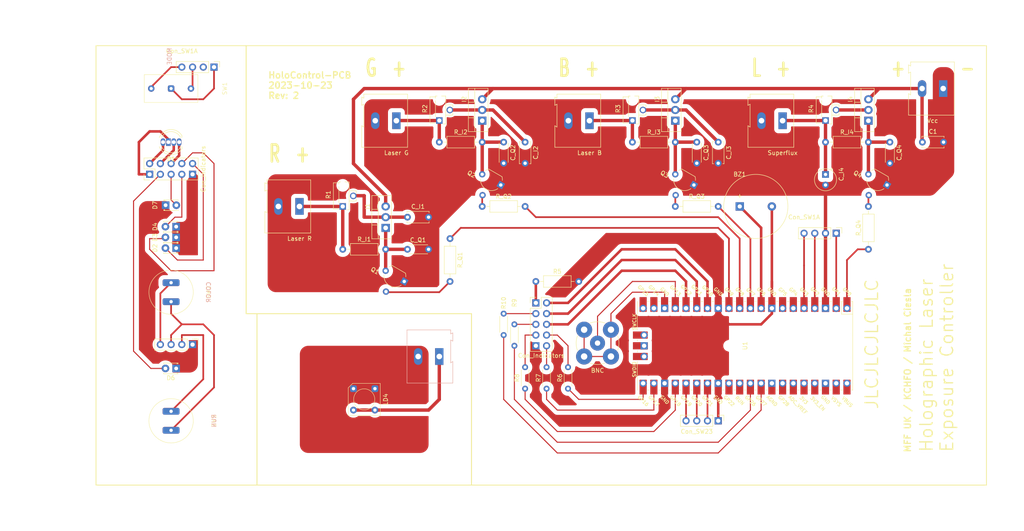
<source format=kicad_pcb>
(kicad_pcb (version 20221018) (generator pcbnew)
  (title_block (title "Holographic Laser Exposure Controller") (date "2023-10-23") (rev "2") (company "MFF UK / KCHFO / Michal Ciesla"))
  (layers (0 "F.Cu" signal) (31 "B.Cu" signal) (34 "B.Paste" user) (35 "F.Paste" user) (36 "B.SilkS" user "B.Silkscreen") (37 "F.SilkS" user "F.Silkscreen") (38 "B.Mask" user) (39 "F.Mask" user) (44 "Edge.Cuts" user))
  (net 0 "")
  (net 1 "I1-Adj")
  (net 2 "I1-Vo")
  (net 3 "+9V")
  (net 4 "I1")
  (net 5 "I2-Adj")
  (net 6 "I2-Vo")
  (net 7 "I2")
  (net 8 "I3-Vo")
  (net 9 "I3-Adj")
  (net 10 "-9V")
  (net 11 "I3")
  (net 12 "I4-Adj")
  (net 13 "I4-Vo")
  (net 14 "I4")
  (net 15 "Q1")
  (net 16 "Q2")
  (net 17 "Q3")
  (net 18 "Q4")
  (net 19 "SW1-In")
  (net 20 "SW1-M")
  (net 21 "SW1-A")
  (net 22 "BZ1+")
  (net 23 "D1-C")
  (net 24 "D1-R")
  (net 25 "D1-G")
  (net 26 "D1-B")
  (net 27 "TTL-VBUS")
  (net 28 "TTL-GND")
  (net 29 "LED-G")
  (net 30 "LED-R")
  (net 31 "LED-B")
  (net 32 "SW2-Out")
  (net 33 "SW-In")
  (net 34 "SW3-Out")
  (net 35 "LED-W")
  (net 36 "LED-WW")
  (net 37 "D-GND")
  (footprint "MCU_RaspberryPi_and_Boards:RPi_Pico_SMD_TH" (layer "F.Cu") (at 199.39 119.38 -90)
    (fp_text reference "U1")
    (fp_text value "Pico")
  )
  (footprint "LED_THT:LED_D1.8mm_W3.3mm_H2.4mm" (layer "F.Cu") (at 64.7 93.69 180)
    (fp_text reference "D3")
    (fp_text value "204WC2A-W_-3P" hide)
  )
  (footprint "Capacitor_THT:C_Disc_D4.3mm_W1.9mm_P5.00mm" (layer "F.Cu") (at 119.46 96.52)
    (fp_text reference "C_Q1")
    (fp_text value "100n" hide)
  )
  (footprint "Capacitor_THT:C_Disc_D5.0mm_W2.5mm_P5.00mm" (layer "F.Cu") (at 119.46 88.9)
    (fp_text reference "C_I1")
    (fp_text value "100n" hide)
  )
  (footprint "LED_THT:LED_D1.8mm_W3.3mm_H2.4mm" (layer "F.Cu") (at 64.7 91.15 180)
    (fp_text reference "D4")
    (fp_text value "204WC2A-W_-3P" hide)
  )
  (footprint "MountingHole:MountingHole_2.2mm_M2" (layer "F.Cu") (at 129.54 147.32)
    (fp_text reference "REF**" hide)
    (fp_text value "MountingHole_2.2mm_M2" hide)
  )
  (footprint "LED_THT:OSW47LZ281P" (layer "F.Cu") (at 109.22 132.08 90)
    (fp_text reference "LD4" hide)
    (fp_text value "OSW47LZ281P" hide)
  )
  (footprint "TerminalBlock:TerminalBlock_Altech_AK300-2_P5.00mm" (layer "F.Cu") (at 246.3 58.42 180)
    (fp_text reference "-9V" hide)
    (fp_text value "TerminalBlock_Altech_AK300-2_P5.00mm" hide)
  )
  (footprint "MountingHole:MountingHole_2.2mm_M2" (layer "F.Cu") (at 139.7 101.6)
    (fp_text reference "REF**" hide)
    (fp_text value "MountingHole_2.2mm_M2" hide)
  )
  (footprint "LED_THT:LED_D1.8mm_W3.3mm_H2.4mm" (layer "F.Cu") (at 62.2 86.07)
    (fp_text reference "D7")
    (fp_text value "204WC2A-W_-3P" hide)
  )
  (footprint "Connector_PinHeader_2.54mm:PinHeader_1x04_P2.54mm_Vertical" (layer "F.Cu") (at 68.58 119.09 -90)
    (fp_text reference "SW2" hide)
    (fp_text value "Con_SW23" hide)
  )
  (footprint "Resistor_THT:R_Axial_DIN0207_L6.3mm_D2.5mm_P10.16mm_Horizontal" (layer "F.Cu") (at 127 71.12)
    (fp_text reference "R_I2")
    (fp_text value "1k" hide)
  )
  (footprint "Capacitor_THT:CP_Radial_Tantal_D5.0mm_P2.50mm" (layer "F.Cu") (at 218.44 78.78 -90)
    (fp_text reference "C_I4")
    (fp_text value "220u" hide)
  )
  (footprint "TerminalBlock:TerminalBlock_Altech_AK300-2_P5.00mm" (layer "F.Cu") (at 116.84 66.04 180)
    (fp_text reference "LD2" hide)
    (fp_text value "TerminalBlock_Altech_AK300-2_P5.00mm" hide)
  )
  (footprint "Package_TO_SOT_THT:TO-92_Inline_Wide" (layer "F.Cu") (at 141.559409 81.28 150)
    (fp_text reference "Q2")
    (fp_text value "2N3904" hide)
  )
  (footprint "LED_THT:LED_D1.8mm_W3.3mm_H2.4mm" (layer "F.Cu") (at 64.7 124.75 180)
    (fp_text reference "D6")
    (fp_text value "204WC2A-W_-3P" hide)
  )
  (footprint "Package_TO_SOT_THT:TO-92_Inline_Wide" (layer "F.Cu") (at 118.699409 104.14 150)
    (fp_text reference "Q1")
    (fp_text value "2N3904" hide)
  )
  (footprint "MountingHole:MountingHole_2.2mm_M2" (layer "F.Cu") (at 76.2 142.24)
    (fp_text reference "REF**" hide)
    (fp_text value "MountingHole_2.2mm_M2" hide)
  )
  (footprint "Resistor_THT:R_Axial_DIN0207_L6.3mm_D2.5mm_P10.16mm_Horizontal" (layer "F.Cu") (at 137.16 86.36)
    (fp_text reference "R_Q2")
    (fp_text value "4k7" hide)
  )
  (footprint "Resistor_THT:R_Axial_DIN0207_L6.3mm_D2.5mm_P10.16mm_Horizontal" (layer "F.Cu") (at 129.54 93.98 -90)
    (fp_text reference "R_Q1")
    (fp_text value "4k7" hide)
  )
  (footprint "Resistor_THT:R_Axial_DIN0207_L6.3mm_D2.5mm_P10.16mm_Horizontal" (layer "F.Cu") (at 172.72 71.12)
    (fp_text reference "R_I3")
    (fp_text value "1k" hide)
  )
  (footprint "Resistor_THT:R_Axial_DIN0204_L3.6mm_D1.6mm_P5.08mm_Horizontal" (layer "F.Cu") (at 157.48 129.54 90)
    (fp_text reference "R6")
    (fp_text value "10k" hide)
  )
  (footprint "Resistor_THT:R_Axial_DIN0207_L6.3mm_D2.5mm_P10.16mm_Horizontal" (layer "F.Cu") (at 218.44 71.12)
    (fp_text reference "R_I4")
    (fp_text value "1k" hide)
  )
  (footprint "Potentiometer_THT:Potentiometer_Runtron_RM-063_Horizontal" (layer "F.Cu") (at 218.44 66 90)
    (fp_text reference "R4")
    (fp_text value "50R" hide)
  )
  (footprint "TerminalBlock:TerminalBlock_Altech_AK300-2_P5.00mm" (layer "F.Cu") (at 162.56 66.04 180)
    (fp_text reference "LD3" hide)
    (fp_text value "TerminalBlock_Altech_AK300-2_P5.00mm" hide)
  )
  (footprint "Capacitor_THT:C_Disc_D5.0mm_W2.5mm_P5.00mm" (layer "F.Cu") (at 193.04 71.12 -90)
    (fp_text reference "C_I3")
    (fp_text value "100n" hide)
  )
  (footprint "Buzzer_Beeper:Buzzer_15x7.5RM7.6" (layer "F.Cu") (at 198.14 86.36)
    (fp_text reference "BZ1")
    (fp_text value "Buzzer" hide)
  )
  (footprint "MountingHole:MountingHole_2.2mm_M2" (layer "F.Cu") (at 195.58 119.38)
    (fp_text reference "REF**" hide)
    (fp_text value "MountingHole_2.2mm_M2" hide)
  )
  (footprint "Resistor_THT:R_Axial_DIN0204_L3.6mm_D1.6mm_P5.08mm_Horizontal" (layer "F.Cu") (at 152.4 129.54 90)
    (fp_text reference "R7")
    (fp_text value "4k7" hide)
  )
  (footprint "MountingHole:MountingHole_2.2mm_M2" (layer "F.Cu") (at 50.8 53.34)
    (fp_text reference "REF**" hide)
    (fp_text value "MountingHole_2.2mm_M2" hide)
  )
  (footprint "Connector_PinHeader_2.54mm:PinHeader_1x04_P2.54mm_Vertical" (layer "F.Cu") (at 193.04 137.16 -90)
    (fp_text reference "SW2" hide)
    (fp_text value "Con_SW23")
  )
  (footprint "Resistor_THT:R_Axial_DIN0207_L6.3mm_D2.5mm_P10.16mm_Horizontal" (layer "F.Cu") (at 182.88 86.36)
    (fp_text reference "R_Q3")
    (fp_text value "4k7" hide)
  )
  (footprint "Button_Switch_THT:B1407 Slide Switch" (layer "F.Cu") (at 63.5 58.42 90)
    (fp_text reference "SW1")
    (fp_text value "B1407 Slide Switch" hide)
  )
  (footprint "MountingHole:MountingHole_2.2mm_M2" (layer "F.Cu") (at 88.9 147.32)
    (fp_text reference "REF**" hide)
    (fp_text value "MountingHole_2.2mm_M2" hide)
  )
  (footprint "MountingHole:MountingHole_2.2mm_M2" (layer "F.Cu") (at 99.06 71.12)
    (fp_text reference "REF**" hide)
    (fp_text value "MountingHole_2.2mm_M2" hide)
  )
  (footprint "Package_TO_SOT_THT:TO-220-3_Vertical" (layer "F.Cu") (at 182.88 66.04 90)
    (fp_text reference "I3")
    (fp_text value "LM317T" hide)
  )
  (footprint "Resistor_THT:R_Axial_DIN0207_L6.3mm_D2.5mm_P10.16mm_Horizontal" (layer "F.Cu") (at 149.86 104.14)
    (fp_text reference "R5")
    (fp_text value "4k7" hide)
  )
  (footprint "Connector_Coaxial:BNC_TEConnectivity_1478204_Vertical" (layer "F.Cu") (at 164.465 118.745)
    (fp_text reference "REF**" hide)
    (fp_text value "BNC")
  )
  (footprint "Capacitor_THT:C_Disc_D4.3mm_W1.9mm_P5.00mm" (layer "F.Cu") (at 233.68 71.12 -90)
    (fp_text reference "C_Q4")
    (fp_text value "100n" hide)
  )
  (footprint "MountingHole:MountingHole_2.2mm_M2" (layer "F.Cu") (at 50.8 142.24)
    (fp_text reference "REF**" hide)
    (fp_text value "MountingHole_2.2mm_M2" hide)
  )
  (footprint "Connector_PinHeader_2.54mm:PinHeader_1x04_P2.54mm_Vertical" (layer "F.Cu") (at 73.66 53.34 -90)
    (fp_text reference "SW1A" hide)
    (fp_text value "Con_SW1A")
  )
  (footprint "MountingHole:MountingHole_2.2mm_M2" (layer "F.Cu") (at 246.38 88.9)
    (fp_text reference "REF**" hide)
    (fp_text value "MountingHole_2.2mm_M2" hide)
  )
  (footprint "Potentiometer_THT:Potentiometer_Runtron_RM-063_Horizontal" (layer "F.Cu") (at 104.14 86.36 90)
    (fp_text reference "R1")
    (fp_text value "50R" hide)
  )
  (footprint "Package_TO_SOT_THT:TO-92_Inline_Wide" (layer "F.Cu") (at 187.279409 81.28 150)
    (fp_text reference "Q3")
    (fp_text value "2N3904" hide)
  )
  (footprint "Package_TO_SOT_THT:TO-220-3_Vertical" (layer "F.Cu") (at 137.16 66.04 90)
    (fp_text reference "I2")
    (fp_text value "LM317T" hide)
  )
  (footprint "Resistor_THT:R_Axial_DIN0204_L3.6mm_D1.6mm_P5.08mm_Horizontal" (layer "F.Cu") (at 147.32 129.54 90)
    (fp_text reference "R8")
    (fp_text value "10k" hide)
  )
  (footprint "LED_THT:LED_D5.0mm-4_RGB" (layer "F.Cu") (at 65.4 71.12 180)
    (fp_text reference "D1")
    (fp_text value "LED_D5.0mm-4_RGB" hide)
  )
  (footprint "MountingHole:MountingHole_2.2mm_M2" (layer "F.Cu") (at 231.14 144.78)
    (fp_text reference "REF**" hide)
    (fp_text value "MountingHole_2.2mm_M2" hide)
  )
  (footprint "MountingHole:MountingHole_2.2mm_M2" (layer "F.Cu") (at 195.58 53.34)
    (fp_text reference "REF**" hide)
    (fp_text value "MountingHole_2.2mm_M2" hide)
  )
  (footprint "Connector_PinHeader_2.54mm:PinHeader_1x04_P2.54mm_Vertical" (layer "F.Cu") (at 220.98 92.71 -90)
    (fp_text reference "SW1A" hide)
    (fp_text value "Con_SW1A")
  )
  (footprint "TerminalBlock:TerminalBlock_Altech_AK300-2_P5.00mm" (layer "F.Cu") (at 93.9 86.36 180)
    (fp_text reference "LD1" hide)
    (fp_text value "TerminalBlock_Altech_AK300-2_P5.00mm" hide)
  )
  (footprint "Package_TO_SOT_THT:TO-220-3_Vertical" (layer "F.Cu") (at 114.3 91.44 90)
    (fp_text reference "I1")
    (fp_text value "LM317T" hide)
  )
  (footprint "Connector_PinHeader_2.54mm:PinHeader_2x05_P2.54mm_Vertical" (layer "F.Cu") (at 149.86 109.22)
    (fp_text reference "D1" hide)
    (fp_text value "Con_Indicators")
  )
  (footprint "Capacitor_THT:C_Disc_D5.0mm_W2.5mm_P5.00mm" (layer "F.Cu") (at 147.32 71.12 -90)
    (fp_text reference "C_I2")
    (fp_text value "100n" hide)
  )
  (footprint "Potentiometer_THT:Potentiometer_Runtron_RM-063_Horizontal" (layer "F.Cu") (at 127 66 90)
    (fp_text reference "R2")
    (fp_text value "50R" hide)
  )
  (footprint "Button_Switch_THT:PBS-12B Push-Button Switch" (layer "F.Cu") (at 63.5 106.68)
    (fp_text reference "SW2")
    (fp_text value "PBS-12B Push-Button Switch" hide)
  )
  (footprint "Package_TO_SOT_THT:TO-220-3_Vertical" (layer "F.Cu") (at 228.6 66.04 90)
    (fp_text reference "I4")
    (fp_text value "LM317T" hide)
  )
  (footprint "Package_TO_SOT_THT:TO-92_Inline_Wide" (layer "F.Cu") (at 232.999409 81.28 150)
    (fp_text reference "Q4")
    (fp_text value "2N3904" hide)
  )
  (footprint "Potentiometer_THT:Potentiometer_Runtron_RM-063_Horizontal" (layer "F.Cu") (at 172.72 66 90)
    (fp_text reference "R3")
    (fp_text value "50R" hide)
  )
  (footprint "Capacitor_THT:C_Disc_D5.0mm_W2.5mm_P5.00mm" (layer "F.Cu") (at 241.38 71.12)
    (fp_text reference "C1")
    (fp_text value "1u" hide)
  )
  (footprint "Resistor_THT:R_Axial_DIN0204_L3.6mm_D1.6mm_P5.08mm_Horizontal" (layer "F.Cu") (at 144.78 119.38 90)
    (fp_text reference "R9")
    (fp_text value "10k" hide)
  )
  (footprint "Button_Switch_THT:PBS-11B Push-Button Switch" (layer "F.Cu") (at 63.5 137.16)
    (fp_text reference "SW3")
    (fp_text value "PBS-11B Push-Button Switch" hide)
  )
  (footprint "Resistor_THT:R_Axial_DIN0207_L6.3mm_D2.5mm_P10.16mm_Horizontal" (layer "F.Cu") (at 104.14 96.52)
    (fp_text reference "R_I1")
    (fp_text value "1k" hide)
  )
  (footprint "Resistor_THT:R_Axial_DIN0204_L3.6mm_D1.6mm_P5.08mm_Horizontal" (layer "F.Cu") (at 142.24 116.84 90)
    (fp_text reference "R10")
    (fp_text value "10k" hide)
  )
  (footprint "Resistor_THT:R_Axial_DIN0207_L6.3mm_D2.5mm_P10.16mm_Horizontal" (layer "F.Cu") (at 228.6 96.52 90)
    (fp_text reference "R_Q4")
    (fp_text value "4k7" hide)
  )
  (footprint "MountingHole:MountingHole_2.2mm_M2" (layer "F.Cu") (at 76.2 66.04)
    (fp_text reference "REF**" hide)
    (fp_text value "MountingHole_2.2mm_M2" hide)
  )
  (footprint "Capacitor_THT:C_Disc_D4.3mm_W1.9mm_P5.00mm" (layer "F.Cu") (at 142.24 71.12 -90)
    (fp_text reference "C_Q2")
    (fp_text value "100n" hide)
  )
  (footprint "Connector_PinHeader_2.54mm:PinHeader_2x05_P2.54mm_Vertical" (layer "F.Cu") (at 58.42 78.74 90)
    (fp_text reference "D1" hide)
    (fp_text value "Con_Indicators")
  )
  (footprint "LED_THT:LED_D1.8mm_W3.3mm_H2.4mm" (layer "F.Cu") (at 64.7 96.23 180)
    (fp_text reference "D2")
    (fp_text value "204WC2A-W_-3P" hide)
  )
  (footprint "TerminalBlock:TerminalBlock_Altech_AK300-2_P5.00mm" (layer "F.Cu") (at 208.28 66.04 180)
    (fp_text reference "LD4" hide)
    (fp_text value "TerminalBlock_Altech_AK300-2_P5.00mm" hide)
  )
  (footprint "Capacitor_THT:C_Disc_D4.3mm_W1.9mm_P5.00mm" (layer "F.Cu") (at 187.96 71.12 -90)
    (fp_text reference "C_Q3")
    (fp_text value "100n" hide)
  )
  (footprint "TerminalBlock:TerminalBlock_Altech_AK300-2_P5.00mm" (layer "B.Cu") (at 122 121.92)
    (fp_text reference "LD4" hide)
    (fp_text value "TerminalBlock_Altech_AK300-2_P5.00mm" hide)
  )
  (gr_poly locked (pts (xy 83.82 111.76) (xy 81.28 111.76) (xy 81.28 48.26) (xy 45.72 48.26) (xy 45.72 152.4) (xy 83.82 152.4)) (stroke (width 0.2)) (fill none) (layer "F.SilkS"))
  (gr_poly locked (pts (xy 256.54 48.26) (xy 81.28 48.26) (xy 81.28 111.76) (xy 134.62 111.76) (xy 134.62 152.4) (xy 256.54 152.4)) (stroke (width 0.2)) (fill none) (layer "F.SilkS"))
  (gr_poly locked (pts (xy 83.82 111.76) (xy 134.62 111.76) (xy 134.62 152.4) (xy 83.82 152.4)) (stroke (width 0.2)) (fill none) (layer "F.SilkS"))
  (gr_text "+       -" (at 233.68 55.88) (layer "F.SilkS") (effects (font (size 4 2.5) (thickness 0.625) bold) (justify left bottom)))
  (gr_text "Holographic Laser\nExposure Controller" (at 248.92 144.78 90) (layer "F.SilkS") (effects (font (size 3 3) (thickness 0.3) bold) (justify left bottom)))
  (gr_text "MFF UK / KCHFO / Michal Ciesla" (at 238.76 144.78 90) (layer "F.SilkS") (effects (font (size 1.5 1.5) (thickness 0.3) bold) (justify left bottom)))
  (gr_text "B  +" (at 154.94 55.88) (layer "F.SilkS") (effects (font (size 4 2.5) (thickness 0.625) bold) (justify left bottom)))
  (gr_text "HoloControl-PCB\n${ISSUE_DATE}\nRev: ${REVISION}" (at 86.36 60.96) (layer "F.SilkS") (effects (font (size 1.5 1.5) (thickness 0.3) bold) (justify left bottom)))
  (gr_text "JLCJLCJLCJLC" (at 231.14 134.62 90) (layer "F.SilkS") (effects (font (size 3 3) (thickness 0.3) bold) (justify left bottom)))
  (gr_text "R  +" (at 86.36 76.2) (layer "F.SilkS") (effects (font (size 4 2.5) (thickness 0.625) bold) (justify left bottom)))
  (gr_text "L  +" (at 200.66 55.88) (layer "F.SilkS") (effects (font (size 4 2.5) (thickness 0.625) bold) (justify left bottom)))
  (gr_text "G  +" (at 109.22 55.88) (layer "F.SilkS") (effects (font (size 4 2.5) (thickness 0.625) bold) (justify left bottom)))
  (segment (start 114.3 96.52) (end 119.46 96.52) (width 0.8) (layer "F.Cu") (net 1))
  (segment (start 114.3 96.52) (end 114.3 101.6) (width 0.8) (layer "F.Cu") (net 1))
  (segment (start 114.3 91.44) (end 114.3 96.52) (width 0.8) (layer "F.Cu") (net 1))
  (segment (start 109.22 88.9) (end 114.3 88.9) (width 0.8) (layer "F.Cu") (net 2))
  (segment (start 109.22 83.82) (end 109.22 88.9) (width 0.8) (layer "F.Cu") (net 2))
  (segment (start 106.68 83.82) (end 109.22 83.82) (width 0.8) (layer "F.Cu") (net 2))
  (segment (start 114.3 88.9) (end 119.46 88.9) (width 0.8) (layer "F.Cu") (net 2))
  (segment (start 106.64 83.86) (end 106.68 83.82) (width 0.8) (layer "F.Cu") (net 2))
  (segment (start 241.3 58.42) (end 231.14 58.42) (width 0.8) (layer "F.Cu") (net 3))
  (segment (start 109.22 58.42) (end 106.68 60.96) (width 0.8) (layer "F.Cu") (net 3))
  (segment (start 241.3 58.42) (end 241.3 71.04) (width 0.8) (layer "F.Cu") (net 3))
  (segment (start 231.14 58.42) (end 228.6 60.96) (width 0.8) (layer "F.Cu") (net 3))
  (segment (start 185.42 58.42) (end 182.88 60.96) (width 0.8) (layer "F.Cu") (net 3))
  (segment (start 139.7 58.42) (end 109.22 58.42) (width 0.8) (layer "F.Cu") (net 3))
  (segment (start 139.7 58.42) (end 185.42 58.42) (width 0.8) (layer "F.Cu") (net 3))
  (segment (start 241.3 71.04) (end 241.38 71.12) (width 0.8) (layer "F.Cu") (net 3))
  (segment (start 106.68 76.2) (end 114.3 83.82) (width 0.8) (layer "F.Cu") (net 3))
  (segment (start 114.3 83.82) (end 114.3 86.36) (width 0.8) (layer "F.Cu") (net 3))
  (segment (start 139.7 58.42) (end 137.16 60.96) (width 0.8) (layer "F.Cu") (net 3))
  (segment (start 106.68 60.96) (end 106.68 76.2) (width 0.8) (layer "F.Cu") (net 3))
  (segment (start 231.14 58.42) (end 185.42 58.42) (width 0.8) (layer "F.Cu") (net 3))
  (segment (start 104.14 86.36) (end 93.9 86.36) (width 0.8) (layer "F.Cu") (net 4))
  (segment (start 104.14 86.36) (end 104.14 96.52) (width 0.8) (layer "F.Cu") (net 4))
  (segment (start 137.16 78.74) (end 137.16 71.12) (width 0.8) (layer "F.Cu") (net 5))
  (segment (start 137.16 71.12) (end 142.24 71.12) (width 0.8) (layer "F.Cu") (net 5))
  (segment (start 137.16 71.12) (end 137.16 66.04) (width 0.8) (layer "F.Cu") (net 5))
  (segment (start 137.16 63.5) (end 129.5 63.5) (width 0.8) (layer "F.Cu") (net 6))
  (segment (start 139.7 63.5) (end 147.32 71.12) (width 0.8) (layer "F.Cu") (net 6))
  (segment (start 137.16 63.5) (end 139.7 63.5) (width 0.8) (layer "F.Cu") (net 6))
  (segment (start 127 66) (end 127 71.12) (width 0.8) (layer "F.Cu") (net 7))
  (segment (start 116.88 66) (end 116.84 66.04) (width 0.8) (layer "F.Cu") (net 7))
  (segment (start 127 66) (end 116.88 66) (width 0.8) (layer "F.Cu") (net 7))
  (segment (start 182.88 63.5) (end 175.22 63.5) (width 0.8) (layer "F.Cu") (net 8))
  (segment (start 185.42 63.5) (end 193.04 71.12) (width 0.8) (layer "F.Cu") (net 8))
  (segment (start 182.88 63.5) (end 185.42 63.5) (width 0.8) (layer "F.Cu") (net 8))
  (segment (start 182.88 71.12) (end 187.96 71.12) (width 0.8) (layer "F.Cu") (net 9))
  (segment (start 182.88 71.12) (end 182.88 66.04) (width 0.8) (layer "F.Cu") (net 9))
  (segment (start 182.88 78.74) (end 182.88 71.12) (width 0.8) (layer "F.Cu") (net 9))
  (segment (start 238.76 81.28) (end 246.38 73.66) (width 0.8) (layer "F.Cu") (net 10))
  (segment (start 141.559409 81.28) (end 162.56 81.28) (width 0.8) (layer "F.Cu") (net 10))
  (segment (start 187.279409 81.28) (end 208.28 81.28) (width 0.8) (layer "F.Cu") (net 10))
  (segment (start 187.96 80.599409) (end 187.279409 81.28) (width 0.8) (layer "F.Cu") (net 10))
  (segment (start 111.76 66.12) (end 111.76 76.2) (width 0.8) (layer "F.Cu") (net 10))
  (segment (start 187.96 76.12) (end 187.96 80.599409) (width 0.8) (layer "F.Cu") (net 10))
  (segment (start 162.56 81.28) (end 172.72 81.28) (width 0.8) (layer "F.Cu") (net 10))
  (segment (start 129.54 81.28) (end 141.559409 81.28) (width 0.8) (layer "F.Cu") (net 10))
  (segment (start 118.699409 104.14) (end 124.46 98.379409) (width 0.8) (layer "F.Cu") (net 10))
  (segment (start 124.46 88.9) (end 124.46 86.36) (width 0.8) (layer "F.Cu") (net 10))
  (segment (start 127 81.28) (end 129.54 81.28) (width 0.8) (layer "F.Cu") (net 10))
  (segment (start 157.48 76.2) (end 162.56 81.28) (width 0.8) (layer "F.Cu") (net 10))
  (segment (start 88.9 86.36) (end 88.9 96.52) (width 0.8) (layer "F.Cu") (net 10))
  (segment (start 111.84 66.04) (end 111.76 66.12) (width 0.8) (layer "F.Cu") (net 10))
  (segment (start 157.56 66.04) (end 157.48 66.12) (width 0.8) (layer "F.Cu") (net 10))
  (segment (start 142.24 80.599409) (end 141.559409 81.28) (width 0.8) (layer "F.Cu") (net 10))
  (segment (start 233.68 76.12) (end 233.68 80.599409) (width 0.8) (layer "F.Cu") (net 10))
  (segment (start 124.46 96.52) (end 124.46 88.9) (width 0.8) (layer "F.Cu") (net 10))
  (segment (start 218.44 81.28) (end 232.999409 81.28) (width 0.8) (layer "F.Cu") (net 10))
  (segment (start 147.32 76.12) (end 147.32 81.28) (width 0.8) (layer "F.Cu") (net 10))
  (segment (start 142.24 76.12) (end 142.24 80.599409) (width 0.8) (layer "F.Cu") (net 10))
  (segment (start 124.46 81.28) (end 127 81.28) (width 0.8) (layer "F.Cu") (net 10))
  (segment (start 172.72 81.28) (end 187.279409 81.28) (width 0.8) (layer "F.Cu") (net 10))
  (segment (start 157.48 66.12) (end 157.48 76.2) (width 0.8) (layer "F.Cu") (net 10))
  (segment (start 203.28 76.28) (end 208.28 81.28) (width 0.8) (layer "F.Cu") (net 10))
  (segment (start 203.28 66.04) (end 203.28 76.28) (width 0.8) (layer "F.Cu") (net 10))
  (segment (start 208.28 81.28) (end 218.44 81.28) (width 0.8) (layer "F.Cu") (net 10))
  (segment (start 233.68 80.599409) (end 232.999409 81.28) (width 0.8) (layer "F.Cu") (net 10))
  (segment (start 246.38 58.5) (end 246.3 58.42) (width 0.8) (layer "F.Cu") (net 10))
  (segment (start 246.38 73.66) (end 246.38 58.5) (width 0.8) (layer "F.Cu") (net 10))
  (segment (start 96.52 104.14) (end 118.699409 104.14) (width 0.8) (layer "F.Cu") (net 10))
  (segment (start 232.999409 81.28) (end 238.76 81.28) (width 0.8) (layer "F.Cu") (net 10))
  (segment (start 88.9 96.52) (end 96.52 104.14) (width 0.8) (layer "F.Cu") (net 10))
  (segment (start 116.84 81.28) (end 124.46 81.28) (width 0.8) (layer "F.Cu") (net 10))
  (segment (start 218.44 110.49) (end 218.44 81.28) (width 0.8) (layer "F.Cu") (net 10))
  (segment (start 193.04 76.12) (end 193.04 81.28) (width 0.8) (layer "F.Cu") (net 10))
  (segment (start 111.76 76.2) (end 116.84 81.28) (width 0.8) (layer "F.Cu") (net 10))
  (segment (start 124.46 98.379409) (end 124.46 96.52) (width 0.8) (layer "F.Cu") (net 10))
  (segment (start 124.46 86.36) (end 129.54 81.28) (width 0.8) (layer "F.Cu") (net 10))
  (segment (start 162.6 66) (end 162.56 66.04) (width 0.8) (layer "F.Cu") (net 11))
  (segment (start 172.72 66) (end 162.6 66) (width 0.8) (layer "F.Cu") (net 11))
  (segment (start 172.72 66) (end 172.72 71.12) (width 0.8) (layer "F.Cu") (net 11))
  (segment (start 228.6 78.74) (end 228.6 71.12) (width 0.8) (layer "F.Cu") (net 12))
  (segment (start 228.6 71.12) (end 233.68 71.12) (width 0.8) (layer "F.Cu") (net 12))
  (segment (start 228.6 71.12) (end 228.6 66.04) (width 0.8) (layer "F.Cu") (net 12))
  (segment (start 228.6 63.5) (end 220.94 63.5) (width 0.8) (layer "F.Cu") (net 13))
  (segment (start 127 132.08) (end 124.46 134.62) (width 0.8) (layer "F.Cu") (net 14))
  (segment (start 218.44 66) (end 218.44 71.12) (width 0.8) (layer "F.Cu") (net 14))
  (segment (start 127 121.92) (end 127 132.08) (width 0.8) (layer "F.Cu") (net 14))
  (segment (start 124.46 134.62) (end 106.68 134.62) (width 0.8) (layer "F.Cu") (net 14))
  (segment (start 218.44 71.12) (end 218.44 78.78) (width 0.8) (layer "F.Cu") (net 14))
  (segment (start 208.32 66) (end 208.28 66.04) (width 0.8) (layer "F.Cu") (net 14))
  (segment (start 218.44 66) (end 208.32 66) (width 0.8) (layer "F.Cu") (net 14))
  (segment (start 132.08 91.44) (end 129.54 93.98) (width 0.4) (layer "F.Cu") (net 15))
  (segment (start 127 106.68) (end 114.514149 106.68) (width 0.4) (layer "F.Cu") (net 15))
  (segment (start 114.514149 106.68) (end 114.378384 106.544235) (width 0.4) (layer "F.Cu") (net 15))
  (segment (start 129.54 104.14) (end 127 106.68) (width 0.4) (layer "F.Cu") (net 15))
  (segment (start 195.58 110.49) (end 195.58 93.98) (width 0.4) (layer "F.Cu") (net 15))
  (segment (start 193.04 91.44) (end 132.08 91.44) (width 0.4) (layer "F.Cu") (net 15))
  (segment (start 195.58 93.98) (end 193.04 91.44) (width 0.4) (layer "F.Cu") (net 15))
  (segment (start 137.16 86.36) (end 137.16 83.762619) (width 0.4) (layer "F.Cu") (net 16))
  (segment (start 193.04 88.9) (end 149.86 88.9) (width 0.4) (layer "F.Cu") (net 16))
  (segment (start 137.16 83.762619) (end 137.238384 83.684235) (width 0.4) (layer "F.Cu") (net 16))
  (segment (start 198.12 93.98) (end 193.04 88.9) (width 0.4) (layer "F.Cu") (net 16))
  (segment (start 198.12 110.49) (end 198.12 93.98) (width 0.4) (layer "F.Cu") (net 16))
  (segment (start 149.86 88.9) (end 147.32 86.36) (width 0.4) (layer "F.Cu") (net 16))
  (segment (start 200.66 93.98) (end 193.04 86.36) (width 0.4) (layer "F.Cu") (net 17))
  (segment (start 182.88 86.36) (end 182.88 83.762619) (width 0.4) (layer "F.Cu") (net 17))
  (segment (start 200.66 110.49) (end 200.66 93.98) (width 0.4) (layer "F.Cu") (net 17))
  (segment (start 183.094149 83.82) (end 182.958384 83.684235) (width 0.4) (layer "F.Cu") (net 17))
  (segment (start 182.88 83.762619) (end 182.958384 83.684235) (width 0.4) (layer "F.Cu") (net 17))
  (segment (start 228.6 83.762619) (end 228.678384 83.684235) (width 0.4) (layer "F.Cu") (net 18))
  (segment (start 228.6 86.36) (end 228.6 83.762619) (width 0.4) (layer "F.Cu") (net 18))
  (segment (start 226.06 96.52) (end 228.6 96.52) (width 0.4) (layer "F.Cu") (net 18))
  (segment (start 223.52 110.49) (end 223.52 99.06) (width 0.4) (layer "F.Cu") (net 18))
  (segment (start 223.52 99.06) (end 226.06 96.52) (width 0.4) (layer "F.Cu") (net 18))
  (segment (start 71.12 60.96) (end 73.66 58.42) (width 0.4) (layer "F.Cu") (net 19))
  (segment (start 73.66 58.42) (end 73.66 53.34) (width 0.4) (layer "F.Cu") (net 19))
  (segment (start 220.98 110.49) (end 220.98 92.71) (width 0.4) (layer "F.Cu") (net 19))
  (segment (start 66.04 60.96) (end 71.12 60.96) (width 0.4) (layer "F.Cu") (net 19))
  (segment (start 63.5 58.42) (end 66.04 60.96) (width 0.4) (layer "F.Cu") (net 19))
  (segment (start 215.9 110.49) (end 215.9 92.71) (width 0.4) (layer "F.Cu") (net 20))
  (segment (start 68.58 58.04) (end 68.2 58.42) (width 0.4) (layer "F.Cu") (net 20))
  (segment (start 68.58 53.34) (end 68.58 58.04) (width 0.4) (layer "F.Cu") (net 20))
  (segment (start 58.8 58.04) (end 58.8 58.42) (width 0.4) (layer "F.Cu") (net 21))
  (segment (start 213.36 100.33) (end 213.36 92.71) (width 0.4) (layer "F.Cu") (net 21))
  (segment (start 63.5 53.34) (end 58.8 58.04) (width 0.4) (layer "F.Cu") (net 21))
  (segment (start 59.18 57.66) (end 59.18 58.42) (width 0.4) (layer "F.Cu") (net 21))
  (segment (start 213.36 110.49) (end 213.36 100.33) (width 0.4) (layer "F.Cu") (net 21))
  (segment (start 66.04 53.34) (end 63.5 53.34) (width 0.4) (layer "F.Cu") (net 21))
  (segment (start 203.2 110.49) (end 203.2 91.42) (width 0.6) (layer "F.Cu") (net 22))
  (segment (start 203.2 91.42) (end 198.14 86.36) (width 0.6) (layer "F.Cu") (net 22))
  (segment (start 60.96 68.58) (end 58.42 68.58) (width 0.6) (layer "F.Cu") (net 23))
  (segment (start 55.88 71.12) (end 55.88 78.74) (width 0.6) (layer "F.Cu") (net 23))
  (segment (start 58.42 68.58) (end 55.88 71.12) (width 0.6) (layer "F.Cu") (net 23))
  (segment (start 58.42 78.74) (end 55.88 78.74) (width 0.6) (layer "F.Cu") (net 23))
  (segment (start 62.86 70.48) (end 60.96 68.58) (width 0.6) (layer "F.Cu") (net 23))
  (segment (start 62.86 71.12) (end 62.86 70.48) (width 0.6) (layer "F.Cu") (net 23))
  (segment (start 149.86 109.22) (end 149.86 104.14) (width 0.6) (layer "F.Cu") (net 23))
  (segment (start 152.4 109.22) (end 157.48 109.22) (width 0.6) (layer "F.Cu") (net 24))
  (segment (start 170.18 96.52) (end 182.88 96.52) (width 0.6) (layer "F.Cu") (net 24))
  (segment (start 190.5 104.14) (end 190.5 110.49) (width 0.6) (layer "F.Cu") (net 24))
  (segment (start 61.59 73.03) (end 61.59 71.12) (width 0.6) (layer "F.Cu") (net 24))
  (segment (start 157.48 109.22) (end 170.18 96.52) (width 0.6) (layer "F.Cu") (net 24))
  (segment (start 58.42 76.2) (end 61.59 73.03) (width 0.6) (layer "F.Cu") (net 24))
  (segment (start 182.88 96.52) (end 190.5 104.14) (width 0.6) (layer "F.Cu") (net 24))
  (segment (start 170.18 99.06) (end 182.88 99.06) (width 0.6) (layer "F.Cu") (net 25))
  (segment (start 64.13 73.03) (end 64.13 71.12) (width 0.6) (layer "F.Cu") (net 25))
  (segment (start 157.48 111.76) (end 170.18 99.06) (width 0.6) (layer "F.Cu") (net 25))
  (segment (start 152.4 111.76) (end 157.48 111.76) (width 0.6) (layer "F.Cu") (net 25))
  (segment (start 182.88 99.06) (end 187.96 104.14) (width 0.6) (layer "F.Cu") (net 25))
  (segment (start 60.96 76.2) (end 64.13 73.03) (width 0.6) (layer "F.Cu") (net 25))
  (segment (start 187.96 104.14) (end 187.96 110.49) (width 0.6) (layer "F.Cu") (net 25))
  (segment (start 65.4 74.3) (end 65.4 71.12) (width 0.6) (layer "F.Cu") (net 26))
  (segment (start 182.88 101.6) (end 185.42 104.14) (width 0.6) (layer "F.Cu") (net 26))
  (segment (start 152.4 114.3) (end 157.48 114.3) (width 0.6) (layer "F.Cu") (net 26))
  (segment (start 63.5 76.2) (end 65.4 74.3) (width 0.6) (layer "F.Cu") (net 26))
  (segment (start 170.18 101.6) (end 182.88 101.6) (width 0.6) (layer "F.Cu") (net 26))
  (segment (start 157.48 114.3) (end 170.18 101.6) (width 0.6) (layer "F.Cu") (net 26))
  (segment (start 185.42 104.14) (end 185.42 110.49) (width 0.6) (layer "F.Cu") (net 26))
  (segment (start 164.465 112.395) (end 172.72 104.14) (width 0.25) (layer "F.Cu") (net 27))
  (segment (start 182.88 104.14) (end 172.72 104.14) (width 0.25) (layer "F.Cu") (net 27))
  (segment (start 182.88 110.49) (end 182.88 104.14) (width 0.25) (layer "F.Cu") (net 27))
  (segment (start 164.465 118.745) (end 164.465 112.395) (width 0.25) (layer "F.Cu") (net 27))
  (segment (start 180.34 106.68) (end 172.72 106.68) (width 0.25) (layer "F.Cu") (net 28))
  (segment (start 172.72 106.68) (end 167.64 111.76) (width 0.25) (layer "F.Cu") (net 28))
  (segment (start 167.64 115.57) (end 167.64 121.92) (width 0.25) (layer "F.Cu") (net 28))
  (segment (start 180.34 110.49) (end 180.34 106.68) (width 0.25) (layer "F.Cu") (net 28))
  (segment (start 167.64 121.92) (end 161.29 121.92) (width 0.25) (layer "F.Cu") (net 28))
  (segment (start 161.29 121.92) (end 161.29 115.57) (width 0.25) (layer "F.Cu") (net 28))
  (segment (start 167.64 111.76) (end 167.64 115.57) (width 0.25) (layer "F.Cu") (net 28))
  (segment (start 73.66 76.2) (end 73.66 101.6) (width 0.25) (layer "F.Cu") (net 29))
  (segment (start 160.02 132.08) (end 157.48 129.54) (width 0.25) (layer "F.Cu") (net 29))
  (segment (start 58.42 96.52) (end 58.42 93.98) (width 0.25) (layer "F.Cu") (net 29))
  (segment (start 58.42 93.98) (end 61.87 93.98) (width 0.25) (layer "F.Cu") (net 29))
  (segment (start 73.66 101.6) (end 63.5 101.6) (width 0.25) (layer "F.Cu") (net 29))
  (segment (start 63.5 101.6) (end 58.42 96.52) (width 0.25) (layer "F.Cu") (net 29))
  (segment (start 175.26 128.27) (end 175.26 132.08) (width 0.25) (layer "F.Cu") (net 29))
  (segment (start 61.87 93.98) (end 62.16 93.69) (width 0.25) (layer "F.Cu") (net 29))
  (segment (start 157.48 124.46) (end 157.48 119.38) (width 0.25) (layer "F.Cu") (net 29))
  (segment (start 68.58 73.66) (end 71.12 73.66) (width 0.25) (layer "F.Cu") (net 29))
  (segment (start 71.12 73.66) (end 73.66 76.2) (width 0.25) (layer "F.Cu") (net 29))
  (segment (start 154.94 116.84) (end 152.4 116.84) (width 0.25) (layer "F.Cu") (net 29))
  (segment (start 66.04 76.2) (end 68.58 73.66) (width 0.25) (layer "F.Cu") (net 29))
  (segment (start 175.26 132.08) (end 160.02 132.08) (width 0.25) (layer "F.Cu") (net 29))
  (segment (start 157.48 119.38) (end 154.94 116.84) (width 0.25) (layer "F.Cu") (net 29))
  (segment (start 71.12 78.74) (end 68.58 76.2) (width 0.25) (layer "F.Cu") (net 30))
  (segment (start 71.12 99.06) (end 71.12 78.74) (width 0.25) (layer "F.Cu") (net 30))
  (segment (start 152.4 129.54) (end 152.4 132.08) (width 0.25) (layer "F.Cu") (net 30))
  (segment (start 62.16 96.23) (end 64.99 99.06) (width 0.25) (layer "F.Cu") (net 30))
  (segment (start 154.94 134.62) (end 177.8 134.62) (width 0.25) (layer "F.Cu") (net 30))
  (segment (start 64.99 99.06) (end 71.12 99.06) (width 0.25) (layer "F.Cu") (net 30))
  (segment (start 152.4 132.08) (end 154.94 134.62) (width 0.25) (layer "F.Cu") (net 30))
  (segment (start 177.8 134.62) (end 177.8 128.27) (width 0.25) (layer "F.Cu") (net 30))
  (segment (start 152.4 124.46) (end 152.4 119.38) (width 0.25) (layer "F.Cu") (net 30))
  (segment (start 64.41 88.9) (end 62.16 91.15) (width 0.25) (layer "F.Cu") (net 31))
  (segment (start 147.32 116.84) (end 149.86 116.84) (width 0.25) (layer "F.Cu") (net 31))
  (segment (start 177.8 139.7) (end 154.94 139.7) (width 0.25) (layer "F.Cu") (net 31))
  (segment (start 66.04 78.74) (end 66.04 88.9) (width 0.25) (layer "F.Cu") (net 31))
  (segment (start 182.88 134.62) (end 177.8 139.7) (width 0.25) (layer "F.Cu") (net 31))
  (segment (start 66.04 88.9) (end 64.41 88.9) (width 0.25) (layer "F.Cu") (net 31))
  (segment (start 154.94 139.7) (end 147.32 132.08) (width 0.25) (layer "F.Cu") (net 31))
  (segment (start 182.88 128.27) (end 182.88 134.62) (width 0.25) (layer "F.Cu") (net 31))
  (segment (start 147.32 124.46) (end 147.32 116.84) (width 0.25) (layer "F.Cu") (net 31))
  (segment (start 147.32 132.08) (end 147.32 129.54) (width 0.25) (layer "F.Cu") (net 31))
  (segment (start 185.42 128.27) (end 185.42 137.16) (width 0.4) (layer "F.Cu") (net 32))
  (segment (start 60.96 119.09) (end 60.96 106.97) (width 0.4) (layer "F.Cu") (net 32))
  (segment (start 60.96 106.97) (end 63.5 104.43) (width 0.4) (layer "F.Cu") (net 32))
  (segment (start 187.96 128.27) (end 187.96 137.16) (width 0.4) (layer "F.Cu") (net 33))
  (segment (start 71.12 114.3) (end 73.66 116.84) (width 0.4) (layer "F.Cu") (net 33))
  (segment (start 63.5 119.09) (end 63.5 116.84) (width 0.4) (layer "F.Cu") (net 33))
  (segment (start 63.5 111.76) (end 63.5 108.93) (width 0.4) (layer "F.Cu") (net 33))
  (segment (start 73.66 129.25) (end 63.5 139.41) (width 0.4) (layer "F.Cu") (net 33))
  (segment (start 73.66 116.84) (end 73.66 129.25) (width 0.4) (layer "F.Cu") (net 33))
  (segment (start 66.04 114.3) (end 71.12 114.3) (width 0.4) (layer "F.Cu") (net 33))
  (segment (start 63.5 116.84) (end 66.04 114.3) (width 0.4) (layer "F.Cu") (net 33))
  (segment (start 66.04 114.3) (end 63.5 111.76) (width 0.4) (layer "F.Cu") (net 33))
  (segment (start 190.5 128.27) (end 190.5 137.16) (width 0.4) (layer "F.Cu") (net 34))
  (segment (start 71.12 127.29) (end 63.5 134.91) (width 0.4) (layer "F.Cu") (net 34))
  (segment (start 66.04 116.84) (end 71.12 116.84) (width 0.4) (layer "F.Cu") (net 34))
  (segment (start 71.12 116.84) (end 71.12 127.29) (width 0.4) (layer "F.Cu") (net 34))
  (segment (start 66.04 119.09) (end 66.04 116.84) (width 0.4) (layer "F.Cu") (net 34))
  (segment (start 193.04 144.78) (end 154.94 144.78) (width 0.25) (layer "F.Cu") (net 35))
  (segment (start 142.24 111.76) (end 149.86 111.76) (width 0.25) (layer "F.Cu") (net 35))
  (segment (start 58.71 124.75) (end 62.16 124.75) (width 0.25) (layer "F.Cu") (net 35))
  (segment (start 60.96 78.74) (end 54.61 85.09) (width 0.25) (layer "F.Cu") (net 35))
  (segment (start 203.2 128.27) (end 203.2 134.62) (width 0.25) (layer "F.Cu") (net 35))
  (segment (start 54.61 85.09) (end 54.61 120.65) (width 0.25) (layer "F.Cu") (net 35))
  (segment (start 54.61 120.65) (end 58.71 124.75) (width 0.25) (layer "F.Cu") (net 35))
  (segment (start 154.94 144.78) (end 142.24 132.08) (width 0.25) (layer "F.Cu") (net 35))
  (segment (start 203.2 134.62) (end 193.04 144.78) (width 0.25) (layer "F.Cu") (net 35))
  (segment (start 142.24 132.08) (end 142.24 116.84) (width 0.25) (layer "F.Cu") (net 35))
  (segment (start 200.66 128.27) (end 200.66 134.62) (width 0.25) (layer "F.Cu") (net 36))
  (segment (start 144.78 114.3) (end 149.86 114.3) (width 0.25) (layer "F.Cu") (net 36))
  (segment (start 200.66 134.62) (end 193.04 142.24) (width 0.25) (layer "F.Cu") (net 36))
  (segment (start 154.94 142.24) (end 144.78 132.08) (width 0.25) (layer "F.Cu") (net 36))
  (segment (start 63.5 78.74) (end 63.5 84.83) (width 0.25) (layer "F.Cu") (net 36))
  (segment (start 193.04 142.24) (end 154.94 142.24) (width 0.25) (layer "F.Cu") (net 36))
  (segment (start 144.78 132.08) (end 144.78 119.38) (width 0.25) (layer "F.Cu") (net 36))
  (segment (start 63.5 84.83) (end 64.74 86.07) (width 0.25) (layer "F.Cu") (net 36))
  (segment (start 205.74 110.49) (end 205.74 111.76) (width 0.6) (layer "F.Cu") (net 37))
  (segment (start 68.58 124.46) (end 68.58 119.09) (width 0.6) (layer "F.Cu") (net 37))
  (segment (start 180.34 134.62) (end 177.8 137.16) (width 0.6) (layer "F.Cu") (net 37))
  (segment (start 170.18 93.98) (end 182.88 93.98) (width 0.6) (layer "F.Cu") (net 37))
  (segment (start 205.74 110.49) (end 205.74 104.14) (width 0.6) (layer "F.Cu") (net 37))
  (segment (start 180.34 128.27) (end 180.34 134.62) (width 0.6) (layer "F.Cu") (net 37))
  (segment (start 193.04 128.27) (end 193.04 137.16) (width 0.6) (layer "F.Cu") (net 37))
  (segment (start 203.2 114.3) (end 195.58 114.3) (width 0.6) (layer "F.Cu") (net 37))
  (segment (start 149.86 132.08) (end 149.86 119.38) (width 0.6) (layer "F.Cu") (net 37))
  (segment (start 154.94 137.16) (end 149.86 132.08) (width 0.6) (layer "F.Cu") (net 37))
  (segment (start 205.74 105.41) (end 205.74 86.36) (width 0.6) (layer "F.Cu") (net 37))
  (segment (start 160.02 104.14) (end 170.18 93.98) (width 0.6) (layer "F.Cu") (net 37))
  (segment (start 193.04 111.76) (end 193.04 110.49) (width 0.6) (layer "F.Cu") (net 37))
  (segment (start 68.29 124.75) (end 68.58 124.46) (width 0.6) (layer "F.Cu") (net 37))
  (segment (start 193.04 104.14) (end 193.04 110.49) (width 0.6) (layer "F.Cu") (net 37))
  (segment (start 64.7 124.75) (end 68.29 124.75) (width 0.6) (layer "F.Cu") (net 37))
  (segment (start 205.74 111.76) (end 203.2 114.3) (width 0.6) (layer "F.Cu") (net 37))
  (segment (start 182.88 93.98) (end 193.04 104.14) (width 0.6) (layer "F.Cu") (net 37))
  (segment (start 177.8 137.16) (end 154.94 137.16) (width 0.6) (layer "F.Cu") (net 37))
  (segment (start 195.58 114.3) (end 193.04 111.76) (width 0.6) (layer "F.Cu") (net 37))
  (zone locked (net 10) (net_name "-9V") (layer "F.Cu") (name "Main Board - 9V") (priority 1) (connect_pads yes (clearance 1)) (min_thickness 0.25) (fill yes (thermal_gap 0.5) (thermal_bridge_width 0.5) (smoothing fillet) (radius 2))
    (polygon (pts (xy 127 91.44) (xy 127 106.68) (xy 86.36 106.68) (xy 86.36 78.74) (xy 109.22 78.74) (xy 109.22 60.96) (xy 243.84 60.96) (xy 243.84 53.34) (xy 248.92 53.34) (xy 248.92 78.74) (xy 243.84 83.82) (xy 134.62 83.82)))
  )
  (zone locked (net 10) (net_name "-9V") (layer "F.Cu") (name "LED Board") (connect_pads yes (clearance 1)) (min_thickness 0.25) (fill yes (thermal_gap 0.5) (thermal_bridge_width 0.5) (smoothing fillet) (radius 2))
    (polygon (pts (xy 93.98 119.38) (xy 124.46 119.38) (xy 124.46 144.78) (xy 93.98 144.78)))
  )
  (zone (net 37) (net_name "D-GND") (layer "F.Cu") (name "Control Board") (priority 3) (connect_pads yes (clearance 1)) (min_thickness 0.25) (fill yes (thermal_gap 0.5) (thermal_bridge_width 0.5) (smoothing fillet) (radius 2))
    (polygon (pts (xy 55.88 85.09) (xy 63.5 85.09) (xy 63.5 76.2) (xy 69.85 76.2) (xy 69.85 125.73) (xy 55.88 125.73)))
  )
  (zone locked (net 37) (net_name "D-GND") (layer "F.Cu") (name "Main Board - 3V") (priority 2) (connect_pads yes (clearance 1)) (min_thickness 0.5) (fill yes (thermal_gap 0.5) (thermal_bridge_width 0.5) (smoothing fillet) (radius 2))
    (polygon (pts (xy 195.58 91.44) (xy 167.64 91.44) (xy 147.32 111.76) (xy 147.32 134.62) (xy 154.94 142.24) (xy 177.8 142.24) (xy 187.96 132.08) (xy 195.58 132.08)))
  )
)
</source>
